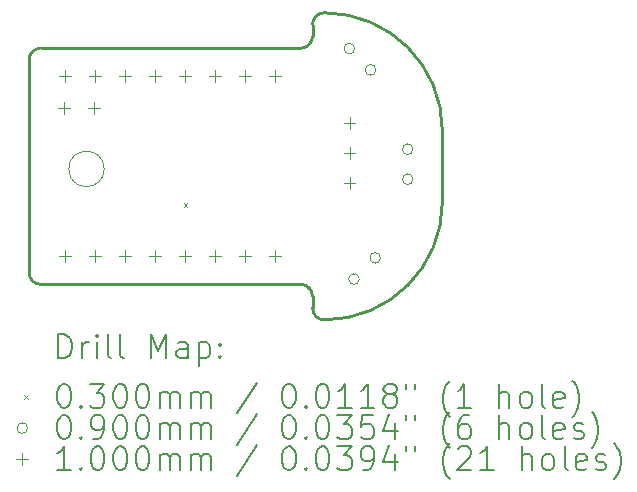
<source format=gbr>
%TF.GenerationSoftware,KiCad,Pcbnew,8.0.2*%
%TF.CreationDate,2024-08-11T09:10:31+02:00*%
%TF.ProjectId,ir-blaster,69722d62-6c61-4737-9465-722e6b696361,rev?*%
%TF.SameCoordinates,Original*%
%TF.FileFunction,Drillmap*%
%TF.FilePolarity,Positive*%
%FSLAX45Y45*%
G04 Gerber Fmt 4.5, Leading zero omitted, Abs format (unit mm)*
G04 Created by KiCad (PCBNEW 8.0.2) date 2024-08-11 09:10:31*
%MOMM*%
%LPD*%
G01*
G04 APERTURE LIST*
%ADD10C,0.250000*%
%ADD11C,0.050000*%
%ADD12C,0.200000*%
%ADD13C,0.100000*%
G04 APERTURE END LIST*
D10*
X8791000Y-3976000D02*
X8791000Y-4576000D01*
X7591000Y-3276000D02*
X5391000Y-3276000D01*
X5291000Y-5176000D02*
X5291000Y-3376000D01*
X7791000Y-5576000D02*
G75*
G02*
X7691000Y-5476000I0J100000D01*
G01*
X7791000Y-2976000D02*
G75*
G02*
X8791000Y-3976000I0J-1000000D01*
G01*
D11*
X5927000Y-4298000D02*
G75*
G02*
X5627000Y-4298000I-150000J0D01*
G01*
X5627000Y-4298000D02*
G75*
G02*
X5927000Y-4298000I150000J0D01*
G01*
D10*
X7691000Y-3076000D02*
X7691000Y-3176000D01*
X5391000Y-5276000D02*
G75*
G02*
X5291000Y-5176000I0J100000D01*
G01*
X7591000Y-5276000D02*
G75*
G02*
X7691000Y-5376000I0J-100000D01*
G01*
X7691000Y-3176000D02*
G75*
G02*
X7591000Y-3276000I-100000J0D01*
G01*
X7691000Y-5476000D02*
X7691000Y-5376000D01*
X5291000Y-3376000D02*
G75*
G02*
X5391000Y-3276000I100000J0D01*
G01*
X7591000Y-5276000D02*
X5391000Y-5276000D01*
X8791000Y-4576000D02*
G75*
G02*
X7791000Y-5576000I-1000000J0D01*
G01*
X7691000Y-3076000D02*
G75*
G02*
X7791000Y-2976000I100000J0D01*
G01*
D12*
D13*
X6600000Y-4587000D02*
X6630000Y-4617000D01*
X6630000Y-4587000D02*
X6600000Y-4617000D01*
X8047551Y-3279551D02*
G75*
G02*
X7957551Y-3279551I-45000J0D01*
G01*
X7957551Y-3279551D02*
G75*
G02*
X8047551Y-3279551I45000J0D01*
G01*
X8086844Y-5231156D02*
G75*
G02*
X7996844Y-5231156I-45000J0D01*
G01*
X7996844Y-5231156D02*
G75*
G02*
X8086844Y-5231156I45000J0D01*
G01*
X8227156Y-3459156D02*
G75*
G02*
X8137156Y-3459156I-45000J0D01*
G01*
X8137156Y-3459156D02*
G75*
G02*
X8227156Y-3459156I45000J0D01*
G01*
X8266449Y-5051551D02*
G75*
G02*
X8176449Y-5051551I-45000J0D01*
G01*
X8176449Y-5051551D02*
G75*
G02*
X8266449Y-5051551I45000J0D01*
G01*
X8541000Y-4131500D02*
G75*
G02*
X8451000Y-4131500I-45000J0D01*
G01*
X8451000Y-4131500D02*
G75*
G02*
X8541000Y-4131500I45000J0D01*
G01*
X8541000Y-4385500D02*
G75*
G02*
X8451000Y-4385500I-45000J0D01*
G01*
X8451000Y-4385500D02*
G75*
G02*
X8541000Y-4385500I45000J0D01*
G01*
X5587500Y-3731500D02*
X5587500Y-3831500D01*
X5537500Y-3781500D02*
X5637500Y-3781500D01*
X5595000Y-3459000D02*
X5595000Y-3559000D01*
X5545000Y-3509000D02*
X5645000Y-3509000D01*
X5595000Y-4983000D02*
X5595000Y-5083000D01*
X5545000Y-5033000D02*
X5645000Y-5033000D01*
X5841500Y-3731500D02*
X5841500Y-3831500D01*
X5791500Y-3781500D02*
X5891500Y-3781500D01*
X5849000Y-3459000D02*
X5849000Y-3559000D01*
X5799000Y-3509000D02*
X5899000Y-3509000D01*
X5849000Y-4983000D02*
X5849000Y-5083000D01*
X5799000Y-5033000D02*
X5899000Y-5033000D01*
X6103000Y-3459000D02*
X6103000Y-3559000D01*
X6053000Y-3509000D02*
X6153000Y-3509000D01*
X6103000Y-4983000D02*
X6103000Y-5083000D01*
X6053000Y-5033000D02*
X6153000Y-5033000D01*
X6357000Y-3459000D02*
X6357000Y-3559000D01*
X6307000Y-3509000D02*
X6407000Y-3509000D01*
X6357000Y-4983000D02*
X6357000Y-5083000D01*
X6307000Y-5033000D02*
X6407000Y-5033000D01*
X6611000Y-3459000D02*
X6611000Y-3559000D01*
X6561000Y-3509000D02*
X6661000Y-3509000D01*
X6611000Y-4983000D02*
X6611000Y-5083000D01*
X6561000Y-5033000D02*
X6661000Y-5033000D01*
X6865000Y-3459000D02*
X6865000Y-3559000D01*
X6815000Y-3509000D02*
X6915000Y-3509000D01*
X6865000Y-4983000D02*
X6865000Y-5083000D01*
X6815000Y-5033000D02*
X6915000Y-5033000D01*
X7119000Y-3459000D02*
X7119000Y-3559000D01*
X7069000Y-3509000D02*
X7169000Y-3509000D01*
X7119000Y-4983000D02*
X7119000Y-5083000D01*
X7069000Y-5033000D02*
X7169000Y-5033000D01*
X7373000Y-3459000D02*
X7373000Y-3559000D01*
X7323000Y-3509000D02*
X7423000Y-3509000D01*
X7373000Y-4983000D02*
X7373000Y-5083000D01*
X7323000Y-5033000D02*
X7423000Y-5033000D01*
X8004500Y-3856500D02*
X8004500Y-3956500D01*
X7954500Y-3906500D02*
X8054500Y-3906500D01*
X8004500Y-4110500D02*
X8004500Y-4210500D01*
X7954500Y-4160500D02*
X8054500Y-4160500D01*
X8004500Y-4364500D02*
X8004500Y-4464500D01*
X7954500Y-4414500D02*
X8054500Y-4414500D01*
D12*
X5539277Y-5899984D02*
X5539277Y-5699984D01*
X5539277Y-5699984D02*
X5586896Y-5699984D01*
X5586896Y-5699984D02*
X5615467Y-5709508D01*
X5615467Y-5709508D02*
X5634515Y-5728555D01*
X5634515Y-5728555D02*
X5644039Y-5747603D01*
X5644039Y-5747603D02*
X5653562Y-5785698D01*
X5653562Y-5785698D02*
X5653562Y-5814269D01*
X5653562Y-5814269D02*
X5644039Y-5852365D01*
X5644039Y-5852365D02*
X5634515Y-5871412D01*
X5634515Y-5871412D02*
X5615467Y-5890460D01*
X5615467Y-5890460D02*
X5586896Y-5899984D01*
X5586896Y-5899984D02*
X5539277Y-5899984D01*
X5739277Y-5899984D02*
X5739277Y-5766650D01*
X5739277Y-5804746D02*
X5748801Y-5785698D01*
X5748801Y-5785698D02*
X5758324Y-5776174D01*
X5758324Y-5776174D02*
X5777372Y-5766650D01*
X5777372Y-5766650D02*
X5796420Y-5766650D01*
X5863086Y-5899984D02*
X5863086Y-5766650D01*
X5863086Y-5699984D02*
X5853562Y-5709508D01*
X5853562Y-5709508D02*
X5863086Y-5719031D01*
X5863086Y-5719031D02*
X5872610Y-5709508D01*
X5872610Y-5709508D02*
X5863086Y-5699984D01*
X5863086Y-5699984D02*
X5863086Y-5719031D01*
X5986896Y-5899984D02*
X5967848Y-5890460D01*
X5967848Y-5890460D02*
X5958324Y-5871412D01*
X5958324Y-5871412D02*
X5958324Y-5699984D01*
X6091658Y-5899984D02*
X6072610Y-5890460D01*
X6072610Y-5890460D02*
X6063086Y-5871412D01*
X6063086Y-5871412D02*
X6063086Y-5699984D01*
X6320229Y-5899984D02*
X6320229Y-5699984D01*
X6320229Y-5699984D02*
X6386896Y-5842841D01*
X6386896Y-5842841D02*
X6453562Y-5699984D01*
X6453562Y-5699984D02*
X6453562Y-5899984D01*
X6634515Y-5899984D02*
X6634515Y-5795222D01*
X6634515Y-5795222D02*
X6624991Y-5776174D01*
X6624991Y-5776174D02*
X6605943Y-5766650D01*
X6605943Y-5766650D02*
X6567848Y-5766650D01*
X6567848Y-5766650D02*
X6548801Y-5776174D01*
X6634515Y-5890460D02*
X6615467Y-5899984D01*
X6615467Y-5899984D02*
X6567848Y-5899984D01*
X6567848Y-5899984D02*
X6548801Y-5890460D01*
X6548801Y-5890460D02*
X6539277Y-5871412D01*
X6539277Y-5871412D02*
X6539277Y-5852365D01*
X6539277Y-5852365D02*
X6548801Y-5833317D01*
X6548801Y-5833317D02*
X6567848Y-5823793D01*
X6567848Y-5823793D02*
X6615467Y-5823793D01*
X6615467Y-5823793D02*
X6634515Y-5814269D01*
X6729753Y-5766650D02*
X6729753Y-5966650D01*
X6729753Y-5776174D02*
X6748801Y-5766650D01*
X6748801Y-5766650D02*
X6786896Y-5766650D01*
X6786896Y-5766650D02*
X6805943Y-5776174D01*
X6805943Y-5776174D02*
X6815467Y-5785698D01*
X6815467Y-5785698D02*
X6824991Y-5804746D01*
X6824991Y-5804746D02*
X6824991Y-5861888D01*
X6824991Y-5861888D02*
X6815467Y-5880936D01*
X6815467Y-5880936D02*
X6805943Y-5890460D01*
X6805943Y-5890460D02*
X6786896Y-5899984D01*
X6786896Y-5899984D02*
X6748801Y-5899984D01*
X6748801Y-5899984D02*
X6729753Y-5890460D01*
X6910705Y-5880936D02*
X6920229Y-5890460D01*
X6920229Y-5890460D02*
X6910705Y-5899984D01*
X6910705Y-5899984D02*
X6901182Y-5890460D01*
X6901182Y-5890460D02*
X6910705Y-5880936D01*
X6910705Y-5880936D02*
X6910705Y-5899984D01*
X6910705Y-5776174D02*
X6920229Y-5785698D01*
X6920229Y-5785698D02*
X6910705Y-5795222D01*
X6910705Y-5795222D02*
X6901182Y-5785698D01*
X6901182Y-5785698D02*
X6910705Y-5776174D01*
X6910705Y-5776174D02*
X6910705Y-5795222D01*
D13*
X5248500Y-6213500D02*
X5278500Y-6243500D01*
X5278500Y-6213500D02*
X5248500Y-6243500D01*
D12*
X5577372Y-6119984D02*
X5596420Y-6119984D01*
X5596420Y-6119984D02*
X5615467Y-6129508D01*
X5615467Y-6129508D02*
X5624991Y-6139031D01*
X5624991Y-6139031D02*
X5634515Y-6158079D01*
X5634515Y-6158079D02*
X5644039Y-6196174D01*
X5644039Y-6196174D02*
X5644039Y-6243793D01*
X5644039Y-6243793D02*
X5634515Y-6281888D01*
X5634515Y-6281888D02*
X5624991Y-6300936D01*
X5624991Y-6300936D02*
X5615467Y-6310460D01*
X5615467Y-6310460D02*
X5596420Y-6319984D01*
X5596420Y-6319984D02*
X5577372Y-6319984D01*
X5577372Y-6319984D02*
X5558324Y-6310460D01*
X5558324Y-6310460D02*
X5548801Y-6300936D01*
X5548801Y-6300936D02*
X5539277Y-6281888D01*
X5539277Y-6281888D02*
X5529753Y-6243793D01*
X5529753Y-6243793D02*
X5529753Y-6196174D01*
X5529753Y-6196174D02*
X5539277Y-6158079D01*
X5539277Y-6158079D02*
X5548801Y-6139031D01*
X5548801Y-6139031D02*
X5558324Y-6129508D01*
X5558324Y-6129508D02*
X5577372Y-6119984D01*
X5729753Y-6300936D02*
X5739277Y-6310460D01*
X5739277Y-6310460D02*
X5729753Y-6319984D01*
X5729753Y-6319984D02*
X5720229Y-6310460D01*
X5720229Y-6310460D02*
X5729753Y-6300936D01*
X5729753Y-6300936D02*
X5729753Y-6319984D01*
X5805943Y-6119984D02*
X5929753Y-6119984D01*
X5929753Y-6119984D02*
X5863086Y-6196174D01*
X5863086Y-6196174D02*
X5891658Y-6196174D01*
X5891658Y-6196174D02*
X5910705Y-6205698D01*
X5910705Y-6205698D02*
X5920229Y-6215222D01*
X5920229Y-6215222D02*
X5929753Y-6234269D01*
X5929753Y-6234269D02*
X5929753Y-6281888D01*
X5929753Y-6281888D02*
X5920229Y-6300936D01*
X5920229Y-6300936D02*
X5910705Y-6310460D01*
X5910705Y-6310460D02*
X5891658Y-6319984D01*
X5891658Y-6319984D02*
X5834515Y-6319984D01*
X5834515Y-6319984D02*
X5815467Y-6310460D01*
X5815467Y-6310460D02*
X5805943Y-6300936D01*
X6053562Y-6119984D02*
X6072610Y-6119984D01*
X6072610Y-6119984D02*
X6091658Y-6129508D01*
X6091658Y-6129508D02*
X6101182Y-6139031D01*
X6101182Y-6139031D02*
X6110705Y-6158079D01*
X6110705Y-6158079D02*
X6120229Y-6196174D01*
X6120229Y-6196174D02*
X6120229Y-6243793D01*
X6120229Y-6243793D02*
X6110705Y-6281888D01*
X6110705Y-6281888D02*
X6101182Y-6300936D01*
X6101182Y-6300936D02*
X6091658Y-6310460D01*
X6091658Y-6310460D02*
X6072610Y-6319984D01*
X6072610Y-6319984D02*
X6053562Y-6319984D01*
X6053562Y-6319984D02*
X6034515Y-6310460D01*
X6034515Y-6310460D02*
X6024991Y-6300936D01*
X6024991Y-6300936D02*
X6015467Y-6281888D01*
X6015467Y-6281888D02*
X6005943Y-6243793D01*
X6005943Y-6243793D02*
X6005943Y-6196174D01*
X6005943Y-6196174D02*
X6015467Y-6158079D01*
X6015467Y-6158079D02*
X6024991Y-6139031D01*
X6024991Y-6139031D02*
X6034515Y-6129508D01*
X6034515Y-6129508D02*
X6053562Y-6119984D01*
X6244039Y-6119984D02*
X6263086Y-6119984D01*
X6263086Y-6119984D02*
X6282134Y-6129508D01*
X6282134Y-6129508D02*
X6291658Y-6139031D01*
X6291658Y-6139031D02*
X6301182Y-6158079D01*
X6301182Y-6158079D02*
X6310705Y-6196174D01*
X6310705Y-6196174D02*
X6310705Y-6243793D01*
X6310705Y-6243793D02*
X6301182Y-6281888D01*
X6301182Y-6281888D02*
X6291658Y-6300936D01*
X6291658Y-6300936D02*
X6282134Y-6310460D01*
X6282134Y-6310460D02*
X6263086Y-6319984D01*
X6263086Y-6319984D02*
X6244039Y-6319984D01*
X6244039Y-6319984D02*
X6224991Y-6310460D01*
X6224991Y-6310460D02*
X6215467Y-6300936D01*
X6215467Y-6300936D02*
X6205943Y-6281888D01*
X6205943Y-6281888D02*
X6196420Y-6243793D01*
X6196420Y-6243793D02*
X6196420Y-6196174D01*
X6196420Y-6196174D02*
X6205943Y-6158079D01*
X6205943Y-6158079D02*
X6215467Y-6139031D01*
X6215467Y-6139031D02*
X6224991Y-6129508D01*
X6224991Y-6129508D02*
X6244039Y-6119984D01*
X6396420Y-6319984D02*
X6396420Y-6186650D01*
X6396420Y-6205698D02*
X6405943Y-6196174D01*
X6405943Y-6196174D02*
X6424991Y-6186650D01*
X6424991Y-6186650D02*
X6453563Y-6186650D01*
X6453563Y-6186650D02*
X6472610Y-6196174D01*
X6472610Y-6196174D02*
X6482134Y-6215222D01*
X6482134Y-6215222D02*
X6482134Y-6319984D01*
X6482134Y-6215222D02*
X6491658Y-6196174D01*
X6491658Y-6196174D02*
X6510705Y-6186650D01*
X6510705Y-6186650D02*
X6539277Y-6186650D01*
X6539277Y-6186650D02*
X6558324Y-6196174D01*
X6558324Y-6196174D02*
X6567848Y-6215222D01*
X6567848Y-6215222D02*
X6567848Y-6319984D01*
X6663086Y-6319984D02*
X6663086Y-6186650D01*
X6663086Y-6205698D02*
X6672610Y-6196174D01*
X6672610Y-6196174D02*
X6691658Y-6186650D01*
X6691658Y-6186650D02*
X6720229Y-6186650D01*
X6720229Y-6186650D02*
X6739277Y-6196174D01*
X6739277Y-6196174D02*
X6748801Y-6215222D01*
X6748801Y-6215222D02*
X6748801Y-6319984D01*
X6748801Y-6215222D02*
X6758324Y-6196174D01*
X6758324Y-6196174D02*
X6777372Y-6186650D01*
X6777372Y-6186650D02*
X6805943Y-6186650D01*
X6805943Y-6186650D02*
X6824991Y-6196174D01*
X6824991Y-6196174D02*
X6834515Y-6215222D01*
X6834515Y-6215222D02*
X6834515Y-6319984D01*
X7224991Y-6110460D02*
X7053563Y-6367603D01*
X7482134Y-6119984D02*
X7501182Y-6119984D01*
X7501182Y-6119984D02*
X7520229Y-6129508D01*
X7520229Y-6129508D02*
X7529753Y-6139031D01*
X7529753Y-6139031D02*
X7539277Y-6158079D01*
X7539277Y-6158079D02*
X7548801Y-6196174D01*
X7548801Y-6196174D02*
X7548801Y-6243793D01*
X7548801Y-6243793D02*
X7539277Y-6281888D01*
X7539277Y-6281888D02*
X7529753Y-6300936D01*
X7529753Y-6300936D02*
X7520229Y-6310460D01*
X7520229Y-6310460D02*
X7501182Y-6319984D01*
X7501182Y-6319984D02*
X7482134Y-6319984D01*
X7482134Y-6319984D02*
X7463086Y-6310460D01*
X7463086Y-6310460D02*
X7453563Y-6300936D01*
X7453563Y-6300936D02*
X7444039Y-6281888D01*
X7444039Y-6281888D02*
X7434515Y-6243793D01*
X7434515Y-6243793D02*
X7434515Y-6196174D01*
X7434515Y-6196174D02*
X7444039Y-6158079D01*
X7444039Y-6158079D02*
X7453563Y-6139031D01*
X7453563Y-6139031D02*
X7463086Y-6129508D01*
X7463086Y-6129508D02*
X7482134Y-6119984D01*
X7634515Y-6300936D02*
X7644039Y-6310460D01*
X7644039Y-6310460D02*
X7634515Y-6319984D01*
X7634515Y-6319984D02*
X7624991Y-6310460D01*
X7624991Y-6310460D02*
X7634515Y-6300936D01*
X7634515Y-6300936D02*
X7634515Y-6319984D01*
X7767848Y-6119984D02*
X7786896Y-6119984D01*
X7786896Y-6119984D02*
X7805944Y-6129508D01*
X7805944Y-6129508D02*
X7815467Y-6139031D01*
X7815467Y-6139031D02*
X7824991Y-6158079D01*
X7824991Y-6158079D02*
X7834515Y-6196174D01*
X7834515Y-6196174D02*
X7834515Y-6243793D01*
X7834515Y-6243793D02*
X7824991Y-6281888D01*
X7824991Y-6281888D02*
X7815467Y-6300936D01*
X7815467Y-6300936D02*
X7805944Y-6310460D01*
X7805944Y-6310460D02*
X7786896Y-6319984D01*
X7786896Y-6319984D02*
X7767848Y-6319984D01*
X7767848Y-6319984D02*
X7748801Y-6310460D01*
X7748801Y-6310460D02*
X7739277Y-6300936D01*
X7739277Y-6300936D02*
X7729753Y-6281888D01*
X7729753Y-6281888D02*
X7720229Y-6243793D01*
X7720229Y-6243793D02*
X7720229Y-6196174D01*
X7720229Y-6196174D02*
X7729753Y-6158079D01*
X7729753Y-6158079D02*
X7739277Y-6139031D01*
X7739277Y-6139031D02*
X7748801Y-6129508D01*
X7748801Y-6129508D02*
X7767848Y-6119984D01*
X8024991Y-6319984D02*
X7910706Y-6319984D01*
X7967848Y-6319984D02*
X7967848Y-6119984D01*
X7967848Y-6119984D02*
X7948801Y-6148555D01*
X7948801Y-6148555D02*
X7929753Y-6167603D01*
X7929753Y-6167603D02*
X7910706Y-6177127D01*
X8215467Y-6319984D02*
X8101182Y-6319984D01*
X8158325Y-6319984D02*
X8158325Y-6119984D01*
X8158325Y-6119984D02*
X8139277Y-6148555D01*
X8139277Y-6148555D02*
X8120229Y-6167603D01*
X8120229Y-6167603D02*
X8101182Y-6177127D01*
X8329753Y-6205698D02*
X8310706Y-6196174D01*
X8310706Y-6196174D02*
X8301182Y-6186650D01*
X8301182Y-6186650D02*
X8291658Y-6167603D01*
X8291658Y-6167603D02*
X8291658Y-6158079D01*
X8291658Y-6158079D02*
X8301182Y-6139031D01*
X8301182Y-6139031D02*
X8310706Y-6129508D01*
X8310706Y-6129508D02*
X8329753Y-6119984D01*
X8329753Y-6119984D02*
X8367848Y-6119984D01*
X8367848Y-6119984D02*
X8386896Y-6129508D01*
X8386896Y-6129508D02*
X8396420Y-6139031D01*
X8396420Y-6139031D02*
X8405944Y-6158079D01*
X8405944Y-6158079D02*
X8405944Y-6167603D01*
X8405944Y-6167603D02*
X8396420Y-6186650D01*
X8396420Y-6186650D02*
X8386896Y-6196174D01*
X8386896Y-6196174D02*
X8367848Y-6205698D01*
X8367848Y-6205698D02*
X8329753Y-6205698D01*
X8329753Y-6205698D02*
X8310706Y-6215222D01*
X8310706Y-6215222D02*
X8301182Y-6224746D01*
X8301182Y-6224746D02*
X8291658Y-6243793D01*
X8291658Y-6243793D02*
X8291658Y-6281888D01*
X8291658Y-6281888D02*
X8301182Y-6300936D01*
X8301182Y-6300936D02*
X8310706Y-6310460D01*
X8310706Y-6310460D02*
X8329753Y-6319984D01*
X8329753Y-6319984D02*
X8367848Y-6319984D01*
X8367848Y-6319984D02*
X8386896Y-6310460D01*
X8386896Y-6310460D02*
X8396420Y-6300936D01*
X8396420Y-6300936D02*
X8405944Y-6281888D01*
X8405944Y-6281888D02*
X8405944Y-6243793D01*
X8405944Y-6243793D02*
X8396420Y-6224746D01*
X8396420Y-6224746D02*
X8386896Y-6215222D01*
X8386896Y-6215222D02*
X8367848Y-6205698D01*
X8482134Y-6119984D02*
X8482134Y-6158079D01*
X8558325Y-6119984D02*
X8558325Y-6158079D01*
X8853563Y-6396174D02*
X8844039Y-6386650D01*
X8844039Y-6386650D02*
X8824991Y-6358079D01*
X8824991Y-6358079D02*
X8815468Y-6339031D01*
X8815468Y-6339031D02*
X8805944Y-6310460D01*
X8805944Y-6310460D02*
X8796420Y-6262841D01*
X8796420Y-6262841D02*
X8796420Y-6224746D01*
X8796420Y-6224746D02*
X8805944Y-6177127D01*
X8805944Y-6177127D02*
X8815468Y-6148555D01*
X8815468Y-6148555D02*
X8824991Y-6129508D01*
X8824991Y-6129508D02*
X8844039Y-6100936D01*
X8844039Y-6100936D02*
X8853563Y-6091412D01*
X9034515Y-6319984D02*
X8920230Y-6319984D01*
X8977372Y-6319984D02*
X8977372Y-6119984D01*
X8977372Y-6119984D02*
X8958325Y-6148555D01*
X8958325Y-6148555D02*
X8939277Y-6167603D01*
X8939277Y-6167603D02*
X8920230Y-6177127D01*
X9272611Y-6319984D02*
X9272611Y-6119984D01*
X9358325Y-6319984D02*
X9358325Y-6215222D01*
X9358325Y-6215222D02*
X9348801Y-6196174D01*
X9348801Y-6196174D02*
X9329753Y-6186650D01*
X9329753Y-6186650D02*
X9301182Y-6186650D01*
X9301182Y-6186650D02*
X9282134Y-6196174D01*
X9282134Y-6196174D02*
X9272611Y-6205698D01*
X9482134Y-6319984D02*
X9463087Y-6310460D01*
X9463087Y-6310460D02*
X9453563Y-6300936D01*
X9453563Y-6300936D02*
X9444039Y-6281888D01*
X9444039Y-6281888D02*
X9444039Y-6224746D01*
X9444039Y-6224746D02*
X9453563Y-6205698D01*
X9453563Y-6205698D02*
X9463087Y-6196174D01*
X9463087Y-6196174D02*
X9482134Y-6186650D01*
X9482134Y-6186650D02*
X9510706Y-6186650D01*
X9510706Y-6186650D02*
X9529753Y-6196174D01*
X9529753Y-6196174D02*
X9539277Y-6205698D01*
X9539277Y-6205698D02*
X9548801Y-6224746D01*
X9548801Y-6224746D02*
X9548801Y-6281888D01*
X9548801Y-6281888D02*
X9539277Y-6300936D01*
X9539277Y-6300936D02*
X9529753Y-6310460D01*
X9529753Y-6310460D02*
X9510706Y-6319984D01*
X9510706Y-6319984D02*
X9482134Y-6319984D01*
X9663087Y-6319984D02*
X9644039Y-6310460D01*
X9644039Y-6310460D02*
X9634515Y-6291412D01*
X9634515Y-6291412D02*
X9634515Y-6119984D01*
X9815468Y-6310460D02*
X9796420Y-6319984D01*
X9796420Y-6319984D02*
X9758325Y-6319984D01*
X9758325Y-6319984D02*
X9739277Y-6310460D01*
X9739277Y-6310460D02*
X9729753Y-6291412D01*
X9729753Y-6291412D02*
X9729753Y-6215222D01*
X9729753Y-6215222D02*
X9739277Y-6196174D01*
X9739277Y-6196174D02*
X9758325Y-6186650D01*
X9758325Y-6186650D02*
X9796420Y-6186650D01*
X9796420Y-6186650D02*
X9815468Y-6196174D01*
X9815468Y-6196174D02*
X9824992Y-6215222D01*
X9824992Y-6215222D02*
X9824992Y-6234269D01*
X9824992Y-6234269D02*
X9729753Y-6253317D01*
X9891658Y-6396174D02*
X9901182Y-6386650D01*
X9901182Y-6386650D02*
X9920230Y-6358079D01*
X9920230Y-6358079D02*
X9929753Y-6339031D01*
X9929753Y-6339031D02*
X9939277Y-6310460D01*
X9939277Y-6310460D02*
X9948801Y-6262841D01*
X9948801Y-6262841D02*
X9948801Y-6224746D01*
X9948801Y-6224746D02*
X9939277Y-6177127D01*
X9939277Y-6177127D02*
X9929753Y-6148555D01*
X9929753Y-6148555D02*
X9920230Y-6129508D01*
X9920230Y-6129508D02*
X9901182Y-6100936D01*
X9901182Y-6100936D02*
X9891658Y-6091412D01*
D13*
X5278500Y-6492500D02*
G75*
G02*
X5188500Y-6492500I-45000J0D01*
G01*
X5188500Y-6492500D02*
G75*
G02*
X5278500Y-6492500I45000J0D01*
G01*
D12*
X5577372Y-6383984D02*
X5596420Y-6383984D01*
X5596420Y-6383984D02*
X5615467Y-6393508D01*
X5615467Y-6393508D02*
X5624991Y-6403031D01*
X5624991Y-6403031D02*
X5634515Y-6422079D01*
X5634515Y-6422079D02*
X5644039Y-6460174D01*
X5644039Y-6460174D02*
X5644039Y-6507793D01*
X5644039Y-6507793D02*
X5634515Y-6545888D01*
X5634515Y-6545888D02*
X5624991Y-6564936D01*
X5624991Y-6564936D02*
X5615467Y-6574460D01*
X5615467Y-6574460D02*
X5596420Y-6583984D01*
X5596420Y-6583984D02*
X5577372Y-6583984D01*
X5577372Y-6583984D02*
X5558324Y-6574460D01*
X5558324Y-6574460D02*
X5548801Y-6564936D01*
X5548801Y-6564936D02*
X5539277Y-6545888D01*
X5539277Y-6545888D02*
X5529753Y-6507793D01*
X5529753Y-6507793D02*
X5529753Y-6460174D01*
X5529753Y-6460174D02*
X5539277Y-6422079D01*
X5539277Y-6422079D02*
X5548801Y-6403031D01*
X5548801Y-6403031D02*
X5558324Y-6393508D01*
X5558324Y-6393508D02*
X5577372Y-6383984D01*
X5729753Y-6564936D02*
X5739277Y-6574460D01*
X5739277Y-6574460D02*
X5729753Y-6583984D01*
X5729753Y-6583984D02*
X5720229Y-6574460D01*
X5720229Y-6574460D02*
X5729753Y-6564936D01*
X5729753Y-6564936D02*
X5729753Y-6583984D01*
X5834515Y-6583984D02*
X5872610Y-6583984D01*
X5872610Y-6583984D02*
X5891658Y-6574460D01*
X5891658Y-6574460D02*
X5901182Y-6564936D01*
X5901182Y-6564936D02*
X5920229Y-6536365D01*
X5920229Y-6536365D02*
X5929753Y-6498269D01*
X5929753Y-6498269D02*
X5929753Y-6422079D01*
X5929753Y-6422079D02*
X5920229Y-6403031D01*
X5920229Y-6403031D02*
X5910705Y-6393508D01*
X5910705Y-6393508D02*
X5891658Y-6383984D01*
X5891658Y-6383984D02*
X5853562Y-6383984D01*
X5853562Y-6383984D02*
X5834515Y-6393508D01*
X5834515Y-6393508D02*
X5824991Y-6403031D01*
X5824991Y-6403031D02*
X5815467Y-6422079D01*
X5815467Y-6422079D02*
X5815467Y-6469698D01*
X5815467Y-6469698D02*
X5824991Y-6488746D01*
X5824991Y-6488746D02*
X5834515Y-6498269D01*
X5834515Y-6498269D02*
X5853562Y-6507793D01*
X5853562Y-6507793D02*
X5891658Y-6507793D01*
X5891658Y-6507793D02*
X5910705Y-6498269D01*
X5910705Y-6498269D02*
X5920229Y-6488746D01*
X5920229Y-6488746D02*
X5929753Y-6469698D01*
X6053562Y-6383984D02*
X6072610Y-6383984D01*
X6072610Y-6383984D02*
X6091658Y-6393508D01*
X6091658Y-6393508D02*
X6101182Y-6403031D01*
X6101182Y-6403031D02*
X6110705Y-6422079D01*
X6110705Y-6422079D02*
X6120229Y-6460174D01*
X6120229Y-6460174D02*
X6120229Y-6507793D01*
X6120229Y-6507793D02*
X6110705Y-6545888D01*
X6110705Y-6545888D02*
X6101182Y-6564936D01*
X6101182Y-6564936D02*
X6091658Y-6574460D01*
X6091658Y-6574460D02*
X6072610Y-6583984D01*
X6072610Y-6583984D02*
X6053562Y-6583984D01*
X6053562Y-6583984D02*
X6034515Y-6574460D01*
X6034515Y-6574460D02*
X6024991Y-6564936D01*
X6024991Y-6564936D02*
X6015467Y-6545888D01*
X6015467Y-6545888D02*
X6005943Y-6507793D01*
X6005943Y-6507793D02*
X6005943Y-6460174D01*
X6005943Y-6460174D02*
X6015467Y-6422079D01*
X6015467Y-6422079D02*
X6024991Y-6403031D01*
X6024991Y-6403031D02*
X6034515Y-6393508D01*
X6034515Y-6393508D02*
X6053562Y-6383984D01*
X6244039Y-6383984D02*
X6263086Y-6383984D01*
X6263086Y-6383984D02*
X6282134Y-6393508D01*
X6282134Y-6393508D02*
X6291658Y-6403031D01*
X6291658Y-6403031D02*
X6301182Y-6422079D01*
X6301182Y-6422079D02*
X6310705Y-6460174D01*
X6310705Y-6460174D02*
X6310705Y-6507793D01*
X6310705Y-6507793D02*
X6301182Y-6545888D01*
X6301182Y-6545888D02*
X6291658Y-6564936D01*
X6291658Y-6564936D02*
X6282134Y-6574460D01*
X6282134Y-6574460D02*
X6263086Y-6583984D01*
X6263086Y-6583984D02*
X6244039Y-6583984D01*
X6244039Y-6583984D02*
X6224991Y-6574460D01*
X6224991Y-6574460D02*
X6215467Y-6564936D01*
X6215467Y-6564936D02*
X6205943Y-6545888D01*
X6205943Y-6545888D02*
X6196420Y-6507793D01*
X6196420Y-6507793D02*
X6196420Y-6460174D01*
X6196420Y-6460174D02*
X6205943Y-6422079D01*
X6205943Y-6422079D02*
X6215467Y-6403031D01*
X6215467Y-6403031D02*
X6224991Y-6393508D01*
X6224991Y-6393508D02*
X6244039Y-6383984D01*
X6396420Y-6583984D02*
X6396420Y-6450650D01*
X6396420Y-6469698D02*
X6405943Y-6460174D01*
X6405943Y-6460174D02*
X6424991Y-6450650D01*
X6424991Y-6450650D02*
X6453563Y-6450650D01*
X6453563Y-6450650D02*
X6472610Y-6460174D01*
X6472610Y-6460174D02*
X6482134Y-6479222D01*
X6482134Y-6479222D02*
X6482134Y-6583984D01*
X6482134Y-6479222D02*
X6491658Y-6460174D01*
X6491658Y-6460174D02*
X6510705Y-6450650D01*
X6510705Y-6450650D02*
X6539277Y-6450650D01*
X6539277Y-6450650D02*
X6558324Y-6460174D01*
X6558324Y-6460174D02*
X6567848Y-6479222D01*
X6567848Y-6479222D02*
X6567848Y-6583984D01*
X6663086Y-6583984D02*
X6663086Y-6450650D01*
X6663086Y-6469698D02*
X6672610Y-6460174D01*
X6672610Y-6460174D02*
X6691658Y-6450650D01*
X6691658Y-6450650D02*
X6720229Y-6450650D01*
X6720229Y-6450650D02*
X6739277Y-6460174D01*
X6739277Y-6460174D02*
X6748801Y-6479222D01*
X6748801Y-6479222D02*
X6748801Y-6583984D01*
X6748801Y-6479222D02*
X6758324Y-6460174D01*
X6758324Y-6460174D02*
X6777372Y-6450650D01*
X6777372Y-6450650D02*
X6805943Y-6450650D01*
X6805943Y-6450650D02*
X6824991Y-6460174D01*
X6824991Y-6460174D02*
X6834515Y-6479222D01*
X6834515Y-6479222D02*
X6834515Y-6583984D01*
X7224991Y-6374460D02*
X7053563Y-6631603D01*
X7482134Y-6383984D02*
X7501182Y-6383984D01*
X7501182Y-6383984D02*
X7520229Y-6393508D01*
X7520229Y-6393508D02*
X7529753Y-6403031D01*
X7529753Y-6403031D02*
X7539277Y-6422079D01*
X7539277Y-6422079D02*
X7548801Y-6460174D01*
X7548801Y-6460174D02*
X7548801Y-6507793D01*
X7548801Y-6507793D02*
X7539277Y-6545888D01*
X7539277Y-6545888D02*
X7529753Y-6564936D01*
X7529753Y-6564936D02*
X7520229Y-6574460D01*
X7520229Y-6574460D02*
X7501182Y-6583984D01*
X7501182Y-6583984D02*
X7482134Y-6583984D01*
X7482134Y-6583984D02*
X7463086Y-6574460D01*
X7463086Y-6574460D02*
X7453563Y-6564936D01*
X7453563Y-6564936D02*
X7444039Y-6545888D01*
X7444039Y-6545888D02*
X7434515Y-6507793D01*
X7434515Y-6507793D02*
X7434515Y-6460174D01*
X7434515Y-6460174D02*
X7444039Y-6422079D01*
X7444039Y-6422079D02*
X7453563Y-6403031D01*
X7453563Y-6403031D02*
X7463086Y-6393508D01*
X7463086Y-6393508D02*
X7482134Y-6383984D01*
X7634515Y-6564936D02*
X7644039Y-6574460D01*
X7644039Y-6574460D02*
X7634515Y-6583984D01*
X7634515Y-6583984D02*
X7624991Y-6574460D01*
X7624991Y-6574460D02*
X7634515Y-6564936D01*
X7634515Y-6564936D02*
X7634515Y-6583984D01*
X7767848Y-6383984D02*
X7786896Y-6383984D01*
X7786896Y-6383984D02*
X7805944Y-6393508D01*
X7805944Y-6393508D02*
X7815467Y-6403031D01*
X7815467Y-6403031D02*
X7824991Y-6422079D01*
X7824991Y-6422079D02*
X7834515Y-6460174D01*
X7834515Y-6460174D02*
X7834515Y-6507793D01*
X7834515Y-6507793D02*
X7824991Y-6545888D01*
X7824991Y-6545888D02*
X7815467Y-6564936D01*
X7815467Y-6564936D02*
X7805944Y-6574460D01*
X7805944Y-6574460D02*
X7786896Y-6583984D01*
X7786896Y-6583984D02*
X7767848Y-6583984D01*
X7767848Y-6583984D02*
X7748801Y-6574460D01*
X7748801Y-6574460D02*
X7739277Y-6564936D01*
X7739277Y-6564936D02*
X7729753Y-6545888D01*
X7729753Y-6545888D02*
X7720229Y-6507793D01*
X7720229Y-6507793D02*
X7720229Y-6460174D01*
X7720229Y-6460174D02*
X7729753Y-6422079D01*
X7729753Y-6422079D02*
X7739277Y-6403031D01*
X7739277Y-6403031D02*
X7748801Y-6393508D01*
X7748801Y-6393508D02*
X7767848Y-6383984D01*
X7901182Y-6383984D02*
X8024991Y-6383984D01*
X8024991Y-6383984D02*
X7958325Y-6460174D01*
X7958325Y-6460174D02*
X7986896Y-6460174D01*
X7986896Y-6460174D02*
X8005944Y-6469698D01*
X8005944Y-6469698D02*
X8015467Y-6479222D01*
X8015467Y-6479222D02*
X8024991Y-6498269D01*
X8024991Y-6498269D02*
X8024991Y-6545888D01*
X8024991Y-6545888D02*
X8015467Y-6564936D01*
X8015467Y-6564936D02*
X8005944Y-6574460D01*
X8005944Y-6574460D02*
X7986896Y-6583984D01*
X7986896Y-6583984D02*
X7929753Y-6583984D01*
X7929753Y-6583984D02*
X7910706Y-6574460D01*
X7910706Y-6574460D02*
X7901182Y-6564936D01*
X8205944Y-6383984D02*
X8110706Y-6383984D01*
X8110706Y-6383984D02*
X8101182Y-6479222D01*
X8101182Y-6479222D02*
X8110706Y-6469698D01*
X8110706Y-6469698D02*
X8129753Y-6460174D01*
X8129753Y-6460174D02*
X8177372Y-6460174D01*
X8177372Y-6460174D02*
X8196420Y-6469698D01*
X8196420Y-6469698D02*
X8205944Y-6479222D01*
X8205944Y-6479222D02*
X8215467Y-6498269D01*
X8215467Y-6498269D02*
X8215467Y-6545888D01*
X8215467Y-6545888D02*
X8205944Y-6564936D01*
X8205944Y-6564936D02*
X8196420Y-6574460D01*
X8196420Y-6574460D02*
X8177372Y-6583984D01*
X8177372Y-6583984D02*
X8129753Y-6583984D01*
X8129753Y-6583984D02*
X8110706Y-6574460D01*
X8110706Y-6574460D02*
X8101182Y-6564936D01*
X8386896Y-6450650D02*
X8386896Y-6583984D01*
X8339277Y-6374460D02*
X8291658Y-6517317D01*
X8291658Y-6517317D02*
X8415468Y-6517317D01*
X8482134Y-6383984D02*
X8482134Y-6422079D01*
X8558325Y-6383984D02*
X8558325Y-6422079D01*
X8853563Y-6660174D02*
X8844039Y-6650650D01*
X8844039Y-6650650D02*
X8824991Y-6622079D01*
X8824991Y-6622079D02*
X8815468Y-6603031D01*
X8815468Y-6603031D02*
X8805944Y-6574460D01*
X8805944Y-6574460D02*
X8796420Y-6526841D01*
X8796420Y-6526841D02*
X8796420Y-6488746D01*
X8796420Y-6488746D02*
X8805944Y-6441127D01*
X8805944Y-6441127D02*
X8815468Y-6412555D01*
X8815468Y-6412555D02*
X8824991Y-6393508D01*
X8824991Y-6393508D02*
X8844039Y-6364936D01*
X8844039Y-6364936D02*
X8853563Y-6355412D01*
X9015468Y-6383984D02*
X8977372Y-6383984D01*
X8977372Y-6383984D02*
X8958325Y-6393508D01*
X8958325Y-6393508D02*
X8948801Y-6403031D01*
X8948801Y-6403031D02*
X8929753Y-6431603D01*
X8929753Y-6431603D02*
X8920230Y-6469698D01*
X8920230Y-6469698D02*
X8920230Y-6545888D01*
X8920230Y-6545888D02*
X8929753Y-6564936D01*
X8929753Y-6564936D02*
X8939277Y-6574460D01*
X8939277Y-6574460D02*
X8958325Y-6583984D01*
X8958325Y-6583984D02*
X8996420Y-6583984D01*
X8996420Y-6583984D02*
X9015468Y-6574460D01*
X9015468Y-6574460D02*
X9024991Y-6564936D01*
X9024991Y-6564936D02*
X9034515Y-6545888D01*
X9034515Y-6545888D02*
X9034515Y-6498269D01*
X9034515Y-6498269D02*
X9024991Y-6479222D01*
X9024991Y-6479222D02*
X9015468Y-6469698D01*
X9015468Y-6469698D02*
X8996420Y-6460174D01*
X8996420Y-6460174D02*
X8958325Y-6460174D01*
X8958325Y-6460174D02*
X8939277Y-6469698D01*
X8939277Y-6469698D02*
X8929753Y-6479222D01*
X8929753Y-6479222D02*
X8920230Y-6498269D01*
X9272611Y-6583984D02*
X9272611Y-6383984D01*
X9358325Y-6583984D02*
X9358325Y-6479222D01*
X9358325Y-6479222D02*
X9348801Y-6460174D01*
X9348801Y-6460174D02*
X9329753Y-6450650D01*
X9329753Y-6450650D02*
X9301182Y-6450650D01*
X9301182Y-6450650D02*
X9282134Y-6460174D01*
X9282134Y-6460174D02*
X9272611Y-6469698D01*
X9482134Y-6583984D02*
X9463087Y-6574460D01*
X9463087Y-6574460D02*
X9453563Y-6564936D01*
X9453563Y-6564936D02*
X9444039Y-6545888D01*
X9444039Y-6545888D02*
X9444039Y-6488746D01*
X9444039Y-6488746D02*
X9453563Y-6469698D01*
X9453563Y-6469698D02*
X9463087Y-6460174D01*
X9463087Y-6460174D02*
X9482134Y-6450650D01*
X9482134Y-6450650D02*
X9510706Y-6450650D01*
X9510706Y-6450650D02*
X9529753Y-6460174D01*
X9529753Y-6460174D02*
X9539277Y-6469698D01*
X9539277Y-6469698D02*
X9548801Y-6488746D01*
X9548801Y-6488746D02*
X9548801Y-6545888D01*
X9548801Y-6545888D02*
X9539277Y-6564936D01*
X9539277Y-6564936D02*
X9529753Y-6574460D01*
X9529753Y-6574460D02*
X9510706Y-6583984D01*
X9510706Y-6583984D02*
X9482134Y-6583984D01*
X9663087Y-6583984D02*
X9644039Y-6574460D01*
X9644039Y-6574460D02*
X9634515Y-6555412D01*
X9634515Y-6555412D02*
X9634515Y-6383984D01*
X9815468Y-6574460D02*
X9796420Y-6583984D01*
X9796420Y-6583984D02*
X9758325Y-6583984D01*
X9758325Y-6583984D02*
X9739277Y-6574460D01*
X9739277Y-6574460D02*
X9729753Y-6555412D01*
X9729753Y-6555412D02*
X9729753Y-6479222D01*
X9729753Y-6479222D02*
X9739277Y-6460174D01*
X9739277Y-6460174D02*
X9758325Y-6450650D01*
X9758325Y-6450650D02*
X9796420Y-6450650D01*
X9796420Y-6450650D02*
X9815468Y-6460174D01*
X9815468Y-6460174D02*
X9824992Y-6479222D01*
X9824992Y-6479222D02*
X9824992Y-6498269D01*
X9824992Y-6498269D02*
X9729753Y-6517317D01*
X9901182Y-6574460D02*
X9920230Y-6583984D01*
X9920230Y-6583984D02*
X9958325Y-6583984D01*
X9958325Y-6583984D02*
X9977373Y-6574460D01*
X9977373Y-6574460D02*
X9986896Y-6555412D01*
X9986896Y-6555412D02*
X9986896Y-6545888D01*
X9986896Y-6545888D02*
X9977373Y-6526841D01*
X9977373Y-6526841D02*
X9958325Y-6517317D01*
X9958325Y-6517317D02*
X9929753Y-6517317D01*
X9929753Y-6517317D02*
X9910706Y-6507793D01*
X9910706Y-6507793D02*
X9901182Y-6488746D01*
X9901182Y-6488746D02*
X9901182Y-6479222D01*
X9901182Y-6479222D02*
X9910706Y-6460174D01*
X9910706Y-6460174D02*
X9929753Y-6450650D01*
X9929753Y-6450650D02*
X9958325Y-6450650D01*
X9958325Y-6450650D02*
X9977373Y-6460174D01*
X10053563Y-6660174D02*
X10063087Y-6650650D01*
X10063087Y-6650650D02*
X10082134Y-6622079D01*
X10082134Y-6622079D02*
X10091658Y-6603031D01*
X10091658Y-6603031D02*
X10101182Y-6574460D01*
X10101182Y-6574460D02*
X10110706Y-6526841D01*
X10110706Y-6526841D02*
X10110706Y-6488746D01*
X10110706Y-6488746D02*
X10101182Y-6441127D01*
X10101182Y-6441127D02*
X10091658Y-6412555D01*
X10091658Y-6412555D02*
X10082134Y-6393508D01*
X10082134Y-6393508D02*
X10063087Y-6364936D01*
X10063087Y-6364936D02*
X10053563Y-6355412D01*
D13*
X5228500Y-6706500D02*
X5228500Y-6806500D01*
X5178500Y-6756500D02*
X5278500Y-6756500D01*
D12*
X5644039Y-6847984D02*
X5529753Y-6847984D01*
X5586896Y-6847984D02*
X5586896Y-6647984D01*
X5586896Y-6647984D02*
X5567848Y-6676555D01*
X5567848Y-6676555D02*
X5548801Y-6695603D01*
X5548801Y-6695603D02*
X5529753Y-6705127D01*
X5729753Y-6828936D02*
X5739277Y-6838460D01*
X5739277Y-6838460D02*
X5729753Y-6847984D01*
X5729753Y-6847984D02*
X5720229Y-6838460D01*
X5720229Y-6838460D02*
X5729753Y-6828936D01*
X5729753Y-6828936D02*
X5729753Y-6847984D01*
X5863086Y-6647984D02*
X5882134Y-6647984D01*
X5882134Y-6647984D02*
X5901182Y-6657508D01*
X5901182Y-6657508D02*
X5910705Y-6667031D01*
X5910705Y-6667031D02*
X5920229Y-6686079D01*
X5920229Y-6686079D02*
X5929753Y-6724174D01*
X5929753Y-6724174D02*
X5929753Y-6771793D01*
X5929753Y-6771793D02*
X5920229Y-6809888D01*
X5920229Y-6809888D02*
X5910705Y-6828936D01*
X5910705Y-6828936D02*
X5901182Y-6838460D01*
X5901182Y-6838460D02*
X5882134Y-6847984D01*
X5882134Y-6847984D02*
X5863086Y-6847984D01*
X5863086Y-6847984D02*
X5844039Y-6838460D01*
X5844039Y-6838460D02*
X5834515Y-6828936D01*
X5834515Y-6828936D02*
X5824991Y-6809888D01*
X5824991Y-6809888D02*
X5815467Y-6771793D01*
X5815467Y-6771793D02*
X5815467Y-6724174D01*
X5815467Y-6724174D02*
X5824991Y-6686079D01*
X5824991Y-6686079D02*
X5834515Y-6667031D01*
X5834515Y-6667031D02*
X5844039Y-6657508D01*
X5844039Y-6657508D02*
X5863086Y-6647984D01*
X6053562Y-6647984D02*
X6072610Y-6647984D01*
X6072610Y-6647984D02*
X6091658Y-6657508D01*
X6091658Y-6657508D02*
X6101182Y-6667031D01*
X6101182Y-6667031D02*
X6110705Y-6686079D01*
X6110705Y-6686079D02*
X6120229Y-6724174D01*
X6120229Y-6724174D02*
X6120229Y-6771793D01*
X6120229Y-6771793D02*
X6110705Y-6809888D01*
X6110705Y-6809888D02*
X6101182Y-6828936D01*
X6101182Y-6828936D02*
X6091658Y-6838460D01*
X6091658Y-6838460D02*
X6072610Y-6847984D01*
X6072610Y-6847984D02*
X6053562Y-6847984D01*
X6053562Y-6847984D02*
X6034515Y-6838460D01*
X6034515Y-6838460D02*
X6024991Y-6828936D01*
X6024991Y-6828936D02*
X6015467Y-6809888D01*
X6015467Y-6809888D02*
X6005943Y-6771793D01*
X6005943Y-6771793D02*
X6005943Y-6724174D01*
X6005943Y-6724174D02*
X6015467Y-6686079D01*
X6015467Y-6686079D02*
X6024991Y-6667031D01*
X6024991Y-6667031D02*
X6034515Y-6657508D01*
X6034515Y-6657508D02*
X6053562Y-6647984D01*
X6244039Y-6647984D02*
X6263086Y-6647984D01*
X6263086Y-6647984D02*
X6282134Y-6657508D01*
X6282134Y-6657508D02*
X6291658Y-6667031D01*
X6291658Y-6667031D02*
X6301182Y-6686079D01*
X6301182Y-6686079D02*
X6310705Y-6724174D01*
X6310705Y-6724174D02*
X6310705Y-6771793D01*
X6310705Y-6771793D02*
X6301182Y-6809888D01*
X6301182Y-6809888D02*
X6291658Y-6828936D01*
X6291658Y-6828936D02*
X6282134Y-6838460D01*
X6282134Y-6838460D02*
X6263086Y-6847984D01*
X6263086Y-6847984D02*
X6244039Y-6847984D01*
X6244039Y-6847984D02*
X6224991Y-6838460D01*
X6224991Y-6838460D02*
X6215467Y-6828936D01*
X6215467Y-6828936D02*
X6205943Y-6809888D01*
X6205943Y-6809888D02*
X6196420Y-6771793D01*
X6196420Y-6771793D02*
X6196420Y-6724174D01*
X6196420Y-6724174D02*
X6205943Y-6686079D01*
X6205943Y-6686079D02*
X6215467Y-6667031D01*
X6215467Y-6667031D02*
X6224991Y-6657508D01*
X6224991Y-6657508D02*
X6244039Y-6647984D01*
X6396420Y-6847984D02*
X6396420Y-6714650D01*
X6396420Y-6733698D02*
X6405943Y-6724174D01*
X6405943Y-6724174D02*
X6424991Y-6714650D01*
X6424991Y-6714650D02*
X6453563Y-6714650D01*
X6453563Y-6714650D02*
X6472610Y-6724174D01*
X6472610Y-6724174D02*
X6482134Y-6743222D01*
X6482134Y-6743222D02*
X6482134Y-6847984D01*
X6482134Y-6743222D02*
X6491658Y-6724174D01*
X6491658Y-6724174D02*
X6510705Y-6714650D01*
X6510705Y-6714650D02*
X6539277Y-6714650D01*
X6539277Y-6714650D02*
X6558324Y-6724174D01*
X6558324Y-6724174D02*
X6567848Y-6743222D01*
X6567848Y-6743222D02*
X6567848Y-6847984D01*
X6663086Y-6847984D02*
X6663086Y-6714650D01*
X6663086Y-6733698D02*
X6672610Y-6724174D01*
X6672610Y-6724174D02*
X6691658Y-6714650D01*
X6691658Y-6714650D02*
X6720229Y-6714650D01*
X6720229Y-6714650D02*
X6739277Y-6724174D01*
X6739277Y-6724174D02*
X6748801Y-6743222D01*
X6748801Y-6743222D02*
X6748801Y-6847984D01*
X6748801Y-6743222D02*
X6758324Y-6724174D01*
X6758324Y-6724174D02*
X6777372Y-6714650D01*
X6777372Y-6714650D02*
X6805943Y-6714650D01*
X6805943Y-6714650D02*
X6824991Y-6724174D01*
X6824991Y-6724174D02*
X6834515Y-6743222D01*
X6834515Y-6743222D02*
X6834515Y-6847984D01*
X7224991Y-6638460D02*
X7053563Y-6895603D01*
X7482134Y-6647984D02*
X7501182Y-6647984D01*
X7501182Y-6647984D02*
X7520229Y-6657508D01*
X7520229Y-6657508D02*
X7529753Y-6667031D01*
X7529753Y-6667031D02*
X7539277Y-6686079D01*
X7539277Y-6686079D02*
X7548801Y-6724174D01*
X7548801Y-6724174D02*
X7548801Y-6771793D01*
X7548801Y-6771793D02*
X7539277Y-6809888D01*
X7539277Y-6809888D02*
X7529753Y-6828936D01*
X7529753Y-6828936D02*
X7520229Y-6838460D01*
X7520229Y-6838460D02*
X7501182Y-6847984D01*
X7501182Y-6847984D02*
X7482134Y-6847984D01*
X7482134Y-6847984D02*
X7463086Y-6838460D01*
X7463086Y-6838460D02*
X7453563Y-6828936D01*
X7453563Y-6828936D02*
X7444039Y-6809888D01*
X7444039Y-6809888D02*
X7434515Y-6771793D01*
X7434515Y-6771793D02*
X7434515Y-6724174D01*
X7434515Y-6724174D02*
X7444039Y-6686079D01*
X7444039Y-6686079D02*
X7453563Y-6667031D01*
X7453563Y-6667031D02*
X7463086Y-6657508D01*
X7463086Y-6657508D02*
X7482134Y-6647984D01*
X7634515Y-6828936D02*
X7644039Y-6838460D01*
X7644039Y-6838460D02*
X7634515Y-6847984D01*
X7634515Y-6847984D02*
X7624991Y-6838460D01*
X7624991Y-6838460D02*
X7634515Y-6828936D01*
X7634515Y-6828936D02*
X7634515Y-6847984D01*
X7767848Y-6647984D02*
X7786896Y-6647984D01*
X7786896Y-6647984D02*
X7805944Y-6657508D01*
X7805944Y-6657508D02*
X7815467Y-6667031D01*
X7815467Y-6667031D02*
X7824991Y-6686079D01*
X7824991Y-6686079D02*
X7834515Y-6724174D01*
X7834515Y-6724174D02*
X7834515Y-6771793D01*
X7834515Y-6771793D02*
X7824991Y-6809888D01*
X7824991Y-6809888D02*
X7815467Y-6828936D01*
X7815467Y-6828936D02*
X7805944Y-6838460D01*
X7805944Y-6838460D02*
X7786896Y-6847984D01*
X7786896Y-6847984D02*
X7767848Y-6847984D01*
X7767848Y-6847984D02*
X7748801Y-6838460D01*
X7748801Y-6838460D02*
X7739277Y-6828936D01*
X7739277Y-6828936D02*
X7729753Y-6809888D01*
X7729753Y-6809888D02*
X7720229Y-6771793D01*
X7720229Y-6771793D02*
X7720229Y-6724174D01*
X7720229Y-6724174D02*
X7729753Y-6686079D01*
X7729753Y-6686079D02*
X7739277Y-6667031D01*
X7739277Y-6667031D02*
X7748801Y-6657508D01*
X7748801Y-6657508D02*
X7767848Y-6647984D01*
X7901182Y-6647984D02*
X8024991Y-6647984D01*
X8024991Y-6647984D02*
X7958325Y-6724174D01*
X7958325Y-6724174D02*
X7986896Y-6724174D01*
X7986896Y-6724174D02*
X8005944Y-6733698D01*
X8005944Y-6733698D02*
X8015467Y-6743222D01*
X8015467Y-6743222D02*
X8024991Y-6762269D01*
X8024991Y-6762269D02*
X8024991Y-6809888D01*
X8024991Y-6809888D02*
X8015467Y-6828936D01*
X8015467Y-6828936D02*
X8005944Y-6838460D01*
X8005944Y-6838460D02*
X7986896Y-6847984D01*
X7986896Y-6847984D02*
X7929753Y-6847984D01*
X7929753Y-6847984D02*
X7910706Y-6838460D01*
X7910706Y-6838460D02*
X7901182Y-6828936D01*
X8120229Y-6847984D02*
X8158325Y-6847984D01*
X8158325Y-6847984D02*
X8177372Y-6838460D01*
X8177372Y-6838460D02*
X8186896Y-6828936D01*
X8186896Y-6828936D02*
X8205944Y-6800365D01*
X8205944Y-6800365D02*
X8215467Y-6762269D01*
X8215467Y-6762269D02*
X8215467Y-6686079D01*
X8215467Y-6686079D02*
X8205944Y-6667031D01*
X8205944Y-6667031D02*
X8196420Y-6657508D01*
X8196420Y-6657508D02*
X8177372Y-6647984D01*
X8177372Y-6647984D02*
X8139277Y-6647984D01*
X8139277Y-6647984D02*
X8120229Y-6657508D01*
X8120229Y-6657508D02*
X8110706Y-6667031D01*
X8110706Y-6667031D02*
X8101182Y-6686079D01*
X8101182Y-6686079D02*
X8101182Y-6733698D01*
X8101182Y-6733698D02*
X8110706Y-6752746D01*
X8110706Y-6752746D02*
X8120229Y-6762269D01*
X8120229Y-6762269D02*
X8139277Y-6771793D01*
X8139277Y-6771793D02*
X8177372Y-6771793D01*
X8177372Y-6771793D02*
X8196420Y-6762269D01*
X8196420Y-6762269D02*
X8205944Y-6752746D01*
X8205944Y-6752746D02*
X8215467Y-6733698D01*
X8386896Y-6714650D02*
X8386896Y-6847984D01*
X8339277Y-6638460D02*
X8291658Y-6781317D01*
X8291658Y-6781317D02*
X8415468Y-6781317D01*
X8482134Y-6647984D02*
X8482134Y-6686079D01*
X8558325Y-6647984D02*
X8558325Y-6686079D01*
X8853563Y-6924174D02*
X8844039Y-6914650D01*
X8844039Y-6914650D02*
X8824991Y-6886079D01*
X8824991Y-6886079D02*
X8815468Y-6867031D01*
X8815468Y-6867031D02*
X8805944Y-6838460D01*
X8805944Y-6838460D02*
X8796420Y-6790841D01*
X8796420Y-6790841D02*
X8796420Y-6752746D01*
X8796420Y-6752746D02*
X8805944Y-6705127D01*
X8805944Y-6705127D02*
X8815468Y-6676555D01*
X8815468Y-6676555D02*
X8824991Y-6657508D01*
X8824991Y-6657508D02*
X8844039Y-6628936D01*
X8844039Y-6628936D02*
X8853563Y-6619412D01*
X8920230Y-6667031D02*
X8929753Y-6657508D01*
X8929753Y-6657508D02*
X8948801Y-6647984D01*
X8948801Y-6647984D02*
X8996420Y-6647984D01*
X8996420Y-6647984D02*
X9015468Y-6657508D01*
X9015468Y-6657508D02*
X9024991Y-6667031D01*
X9024991Y-6667031D02*
X9034515Y-6686079D01*
X9034515Y-6686079D02*
X9034515Y-6705127D01*
X9034515Y-6705127D02*
X9024991Y-6733698D01*
X9024991Y-6733698D02*
X8910706Y-6847984D01*
X8910706Y-6847984D02*
X9034515Y-6847984D01*
X9224991Y-6847984D02*
X9110706Y-6847984D01*
X9167849Y-6847984D02*
X9167849Y-6647984D01*
X9167849Y-6647984D02*
X9148801Y-6676555D01*
X9148801Y-6676555D02*
X9129753Y-6695603D01*
X9129753Y-6695603D02*
X9110706Y-6705127D01*
X9463087Y-6847984D02*
X9463087Y-6647984D01*
X9548801Y-6847984D02*
X9548801Y-6743222D01*
X9548801Y-6743222D02*
X9539277Y-6724174D01*
X9539277Y-6724174D02*
X9520230Y-6714650D01*
X9520230Y-6714650D02*
X9491658Y-6714650D01*
X9491658Y-6714650D02*
X9472611Y-6724174D01*
X9472611Y-6724174D02*
X9463087Y-6733698D01*
X9672611Y-6847984D02*
X9653563Y-6838460D01*
X9653563Y-6838460D02*
X9644039Y-6828936D01*
X9644039Y-6828936D02*
X9634515Y-6809888D01*
X9634515Y-6809888D02*
X9634515Y-6752746D01*
X9634515Y-6752746D02*
X9644039Y-6733698D01*
X9644039Y-6733698D02*
X9653563Y-6724174D01*
X9653563Y-6724174D02*
X9672611Y-6714650D01*
X9672611Y-6714650D02*
X9701182Y-6714650D01*
X9701182Y-6714650D02*
X9720230Y-6724174D01*
X9720230Y-6724174D02*
X9729753Y-6733698D01*
X9729753Y-6733698D02*
X9739277Y-6752746D01*
X9739277Y-6752746D02*
X9739277Y-6809888D01*
X9739277Y-6809888D02*
X9729753Y-6828936D01*
X9729753Y-6828936D02*
X9720230Y-6838460D01*
X9720230Y-6838460D02*
X9701182Y-6847984D01*
X9701182Y-6847984D02*
X9672611Y-6847984D01*
X9853563Y-6847984D02*
X9834515Y-6838460D01*
X9834515Y-6838460D02*
X9824992Y-6819412D01*
X9824992Y-6819412D02*
X9824992Y-6647984D01*
X10005944Y-6838460D02*
X9986896Y-6847984D01*
X9986896Y-6847984D02*
X9948801Y-6847984D01*
X9948801Y-6847984D02*
X9929753Y-6838460D01*
X9929753Y-6838460D02*
X9920230Y-6819412D01*
X9920230Y-6819412D02*
X9920230Y-6743222D01*
X9920230Y-6743222D02*
X9929753Y-6724174D01*
X9929753Y-6724174D02*
X9948801Y-6714650D01*
X9948801Y-6714650D02*
X9986896Y-6714650D01*
X9986896Y-6714650D02*
X10005944Y-6724174D01*
X10005944Y-6724174D02*
X10015468Y-6743222D01*
X10015468Y-6743222D02*
X10015468Y-6762269D01*
X10015468Y-6762269D02*
X9920230Y-6781317D01*
X10091658Y-6838460D02*
X10110706Y-6847984D01*
X10110706Y-6847984D02*
X10148801Y-6847984D01*
X10148801Y-6847984D02*
X10167849Y-6838460D01*
X10167849Y-6838460D02*
X10177373Y-6819412D01*
X10177373Y-6819412D02*
X10177373Y-6809888D01*
X10177373Y-6809888D02*
X10167849Y-6790841D01*
X10167849Y-6790841D02*
X10148801Y-6781317D01*
X10148801Y-6781317D02*
X10120230Y-6781317D01*
X10120230Y-6781317D02*
X10101182Y-6771793D01*
X10101182Y-6771793D02*
X10091658Y-6752746D01*
X10091658Y-6752746D02*
X10091658Y-6743222D01*
X10091658Y-6743222D02*
X10101182Y-6724174D01*
X10101182Y-6724174D02*
X10120230Y-6714650D01*
X10120230Y-6714650D02*
X10148801Y-6714650D01*
X10148801Y-6714650D02*
X10167849Y-6724174D01*
X10244039Y-6924174D02*
X10253563Y-6914650D01*
X10253563Y-6914650D02*
X10272611Y-6886079D01*
X10272611Y-6886079D02*
X10282134Y-6867031D01*
X10282134Y-6867031D02*
X10291658Y-6838460D01*
X10291658Y-6838460D02*
X10301182Y-6790841D01*
X10301182Y-6790841D02*
X10301182Y-6752746D01*
X10301182Y-6752746D02*
X10291658Y-6705127D01*
X10291658Y-6705127D02*
X10282134Y-6676555D01*
X10282134Y-6676555D02*
X10272611Y-6657508D01*
X10272611Y-6657508D02*
X10253563Y-6628936D01*
X10253563Y-6628936D02*
X10244039Y-6619412D01*
M02*

</source>
